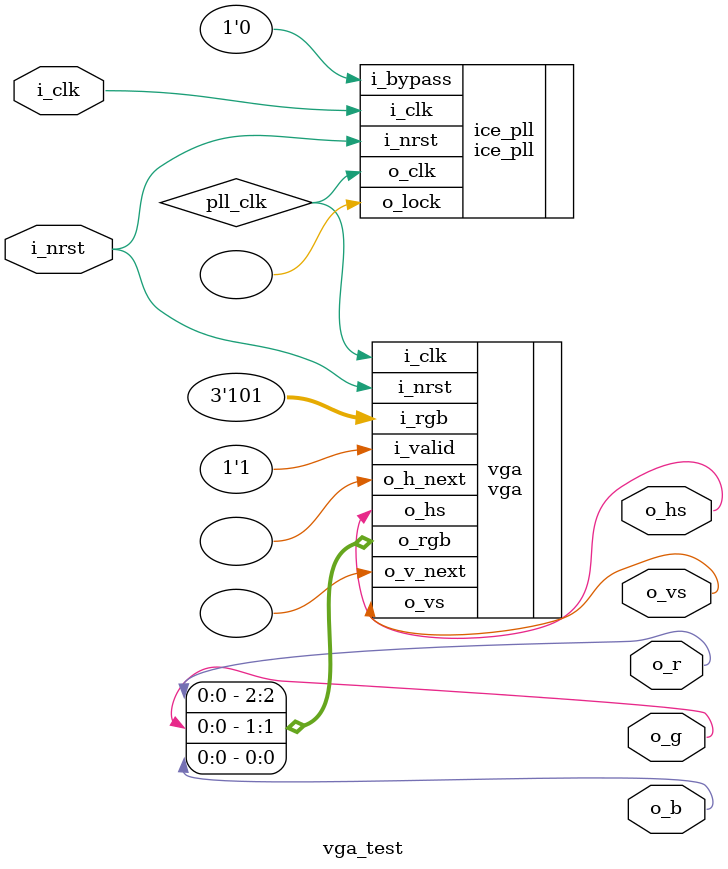
<source format=v>
`timescale 1ns/1ps
module vga_test(
	input	   wire  i_clk,
	input    wire  i_nrst,
	output	wire	o_hs,
	output	wire	o_vs,
	output	wire	o_r,
	output	wire	o_g,
	output	wire	o_b
);

   wire pll_clk;

   ///////////////////////////////////////////////////
   // PLL out is 76.5 MHz
   ice_pll #(
      .p_divr     (4'd0             ),
      .p_divf     (7'd50            ),
      .p_divq     (3'd3             )
   
   )ice_pll(
	   .i_clk	   (i_clk            ),
	   .i_nrst	   (i_nrst           ),
	   .i_bypass   (1'b0             ),
      .o_clk      (pll_clk          ),
      .o_lock     (                 )	
	);
   
   ///////////////////////////////////////////////////
   // PLL out is 67.5 MHz
   vga #(
      .R_WIDTH    (1                ),
      .G_WIDTH    (1                ),
      .B_WIDTH    (1                )
   ) vga (
      .i_clk      (pll_clk          ), 
      .i_nrst     (i_nrst           ),
            
      .o_v_next   (),
      .o_h_next   (),
      .i_rgb      (3'b101           ),
      .i_valid    (1'b1             ),
      .o_hs       (o_hs             ),
      .o_vs       (o_vs             ),
      .o_rgb      ({o_r, o_g, o_b}  )
   );

endmodule

</source>
